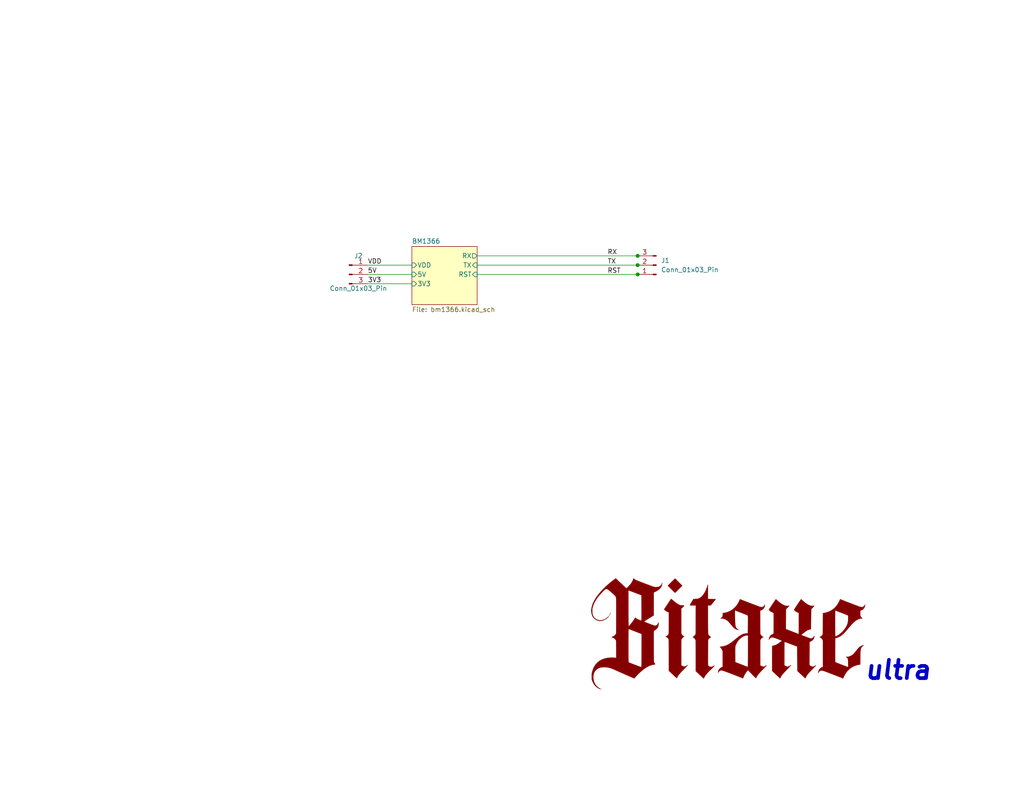
<source format=kicad_sch>
(kicad_sch (version 20230121) (generator eeschema)
  (paper "A")
  (title_block (title "BM1366 bitaxe") (date "2023-10-25") (rev "203"))
  (lib_symbols
    (symbol "Connector:Conn_01x03_Pin" (pin_names (offset 1.016) hide)
      (property "Reference" "J" (at 0 5.08 0))
      (property "Value" "Conn_01x03_Pin" (at 0 -5.08 0))
      (symbol "Conn_01x03_Pin_1_1"
        (polyline (pts (xy 1.27 -2.54) (xy 0.8636 -2.54)) (stroke (width 0.1524)))
        (polyline (pts (xy 1.27 0) (xy 0.8636 0)) (stroke (width 0.1524)))
        (polyline (pts (xy 1.27 2.54) (xy 0.8636 2.54)) (stroke (width 0.1524)))
        (rectangle (start 0.8636 -2.413) (end 0 -2.667) (stroke (width 0.1524)) (fill (type outline)))
        (rectangle (start 0.8636 0.127) (end 0 -0.127) (stroke (width 0.1524)) (fill (type outline)))
        (rectangle (start 0.8636 2.667) (end 0 2.413) (stroke (width 0.1524)) (fill (type outline)))
        (pin passive line (at 5.08 2.54 180) (length 3.81) (name "Pin_1") (number "1"))
        (pin passive line (at 5.08 0 180) (length 3.81) (name "Pin_2") (number "2"))
        (pin passive line (at 5.08 -2.54 180) (length 3.81) (name "Pin_3") (number "3"))
      )
    )
    (symbol "bitaxe:LOGO" (pin_names (offset 1.016))
      (symbol "LOGO_0_0"
        (polyline (pts (xy -31.1372 6.0762) (xy -31.1633 6.1022) (xy -31.1894 6.0762) (xy -31.1633 6.0501) (xy -31.1372 6.0762)) (stroke (width 0.01)) (fill (type outline)))
        (polyline (pts (xy -31.0329 6.2848) (xy -31.059 6.3109) (xy -31.085 6.2848) (xy -31.059 6.2587) (xy -31.0329 6.2848)) (stroke (width 0.01)) (fill (type outline)))
        (polyline (pts (xy -30.9807 6.3891) (xy -31.0068 6.4152) (xy -31.0329 6.3891) (xy -31.0068 6.363) (xy -30.9807 6.3891)) (stroke (width 0.01)) (fill (type outline)))
        (polyline (pts (xy -30.9286 6.5456) (xy -30.9547 6.5716) (xy -30.9807 6.5456) (xy -30.9547 6.5195) (xy -30.9286 6.5456)) (stroke (width 0.01)) (fill (type outline)))
        (polyline (pts (xy -30.8764 6.6499) (xy -30.9025 6.676) (xy -30.9286 6.6499) (xy -30.9025 6.6238) (xy -30.8764 6.6499)) (stroke (width 0.01)) (fill (type outline)))
        (polyline (pts (xy -33.4045 -14.1827) (xy -33.3973 -14.1517) (xy -33.4049 -14.1455) (xy -33.4668 -14.1517) (xy -33.475 -14.1674) (xy -33.4321 -14.1865) (xy -33.4045 -14.1827)) (stroke (width 0.01)) (fill (type outline)))
        (polyline (pts (xy -31.2646 5.896) (xy -31.2154 5.9458) (xy -31.2057 5.9642) (xy -31.2093 5.9979) (xy -31.2184 5.9956) (xy -31.2676 5.9458) (xy -31.2773 5.9273) (xy -31.2737 5.8936) (xy -31.2646 5.896)) (stroke (width 0.01)) (fill (type outline)))
        (polyline (pts (xy -13.2622 12.1832) (xy -13.16 12.2789) (xy -13.0036 12.4299) (xy -12.8029 12.6264) (xy -12.568 12.8588) (xy -12.3087 13.1174) (xy -11.3447 14.0825) (xy -12.3223 15.06) (xy -13.2998 16.0376) (xy -14.2774 15.06) (xy -15.255 14.0825) (xy -14.291 13.1174) (xy -14.0485 12.8755) (xy -13.8116 12.6411) (xy -13.6083 12.4418) (xy -13.4486 12.2875) (xy -13.3425 12.1877) (xy -13.2998 12.1523) (xy -13.2622 12.1832)) (stroke (width 0.01)) (fill (type outline)))
        (polyline (pts (xy -5.3718 -11.0439) (xy -5.2965 -10.8791) (xy -5.1227 -10.5889) (xy -4.8852 -10.2574) (xy -4.5951 -9.898) (xy -4.2634 -9.5243) (xy -3.9014 -9.1499) (xy -3.5201 -8.7884) (xy -3.3853 -8.6636) (xy -3.181 -8.4644) (xy -2.9941 -8.271) (xy -2.8317 -8.0922) (xy -2.7005 -7.9367) (xy -2.6072 -7.8131) (xy -2.5589 -7.7301) (xy -2.5622 -7.6964) (xy -2.6241 -7.7206) (xy -2.7513 -7.8115) (xy -2.9238 -7.9388) (xy -3.0992 -8.0374) (xy -3.2682 -8.0861) (xy -3.4664 -8.0991) (xy -3.5065 -8.0982) (xy -3.7821 -8.0497) (xy -4.0402 -7.9394) (xy -4.2392 -7.7842) (xy -4.2437 -7.7789) (xy -4.2614 -7.7518) (xy -4.2766 -7.7114) (xy -4.2892 -7.65) (xy -4.2996 -7.5602) (xy -4.3079 -7.4343) (xy -4.3142 -7.2648) (xy -4.3187 -7.044) (xy -4.3215 -6.7644) (xy -4.323 -6.4185) (xy -4.3231 -5.9985) (xy -4.3221 -5.497) (xy -4.3201 -4.9063) (xy -4.3174 -4.219) (xy -4.3029 -0.7563) (xy -4.154 -0.503) (xy -4.0109 -0.3096) (xy -3.7462 -0.0887) (xy -3.4872 0.0722) (xy -3.6642 0.163) (xy -3.8274 0.2714) (xy -4.0206 0.4568) (xy -4.1792 0.6679) (xy -4.2731 0.8699) (xy -4.278 0.8961) (xy -4.2898 1.0357) (xy -4.3 1.2791) (xy -4.3087 1.6256) (xy -4.3158 2.0748) (xy -4.3214 2.6263) (xy -4.3254 3.2795) (xy -4.3278 4.0341) (xy -4.3287 4.8896) (xy -4.329 8.71) (xy -3.9474 8.71) (xy -3.5658 8.71) (xy -2.882 9.5576) (xy -2.1982 10.4051) (xy -3.2636 10.4192) (xy -4.329 10.4333) (xy -4.3297 12.4011) (xy -4.3303 14.369) (xy -4.5598 13.6858) (xy -4.7095 13.269) (xy -5.0034 12.589) (xy -5.3286 11.9957) (xy -5.6828 11.4923) (xy -6.0637 11.0818) (xy -6.4689 10.7674) (xy -6.8961 10.5524) (xy -6.972 10.5298) (xy -7.1718 10.4912) (xy -7.4282 10.4588) (xy -7.7107 10.4368) (xy -8.302 10.4051) (xy -8.7669 9.5978) (xy -8.9008 9.3634) (xy -9.033 9.1282) (xy -9.1378 8.9375) (xy -9.2068 8.8064) (xy -9.2317 8.7503) (xy -9.2147 8.7421) (xy -9.1133 8.7294) (xy -8.9354 8.7192) (xy -8.699 8.7125) (xy -8.4217 8.71) (xy -7.6116 8.71) (xy -7.6263 4.8114) (xy -7.6288 4.1457) (xy -7.6314 3.5036) (xy -7.6341 2.9519) (xy -7.6371 2.4831) (xy -7.6406 2.09) (xy -7.6448 1.7652) (xy -7.65 1.5014) (xy -7.6564 1.2911) (xy -7.6642 1.1272) (xy -7.6736 1.0021) (xy -7.6849 0.9087) (xy -7.6983 0.8395) (xy -7.7141 0.7873) (xy -7.7324 0.7446) (xy -7.7535 0.7041) (xy -7.8359 0.5705) (xy -8.055 0.3202) (xy -8.3082 0.14) (xy -8.4539 0.0647) (xy -8.2259 -0.0689) (xy -7.981 -0.2675) (xy -7.7873 -0.5368) (xy -7.669 -0.8453) (xy -7.6652 -0.8699) (xy -7.6558 -1.004) (xy -7.6472 -1.2356) (xy -7.6395 -1.5595) (xy -7.6328 -1.971) (xy -7.6272 -2.4649) (xy -7.6226 -3.0364) (xy -7.6192 -3.6804) (xy -7.617 -4.392) (xy -7.6161 -5.1662) (xy -7.6148 -9.2632) (xy -6.5364 -10.267) (xy -5.458 -11.2707) (xy -5.3718 -11.0439)) (stroke (width 0.01)) (fill (type outline)))
        (polyline (pts (xy -12.8219 -11.1565) (xy -12.7824 -11.0955) (xy -12.7327 -10.9774) (xy -12.6907 -10.875) (xy -12.5707 -10.6522) (xy -12.3965 -10.395) (xy -12.1628 -10.0968) (xy -11.8644 -9.7514) (xy -11.4962 -9.3521) (xy -11.053 -8.8926) (xy -11.0432 -8.8826) (xy -10.6771 -8.5065) (xy -10.3775 -8.1928) (xy -10.1457 -7.9428) (xy -9.9829 -7.7581) (xy -9.8903 -7.64) (xy -9.8691 -7.5901) (xy -9.9206 -7.6097) (xy -10.0459 -7.7002) (xy -10.0875 -7.7325) (xy -10.2397 -7.8453) (xy -10.3537 -7.913) (xy -10.4642 -7.9532) (xy -10.6059 -7.9832) (xy -10.7456 -7.996) (xy -11.0162 -7.9657) (xy -11.2745 -7.8772) (xy -11.4774 -7.7423) (xy -11.6308 -7.5953) (xy -11.6305 -4.2019) (xy -11.6297 -3.4439) (xy -11.6271 -2.7315) (xy -11.6227 -2.1224) (xy -11.6165 -1.6159) (xy -11.6085 -1.2114) (xy -11.5987 -0.9085) (xy -11.5871 -0.7064) (xy -11.5737 -0.6048) (xy -11.51 -0.469) (xy -11.3961 -0.3056) (xy -11.2533 -0.1382) (xy -11.1029 0.0102) (xy -10.9664 0.1168) (xy -10.8649 0.1585) (xy -10.8395 0.161) (xy -10.8357 0.1865) (xy -10.9267 0.2429) (xy -11.1621 0.4039) (xy -11.3793 0.6241) (xy -11.5317 0.8606) (xy -11.5339 0.8651) (xy -11.553 0.9122) (xy -11.5693 0.9685) (xy -11.5832 1.0419) (xy -11.5947 1.1405) (xy -11.6041 1.272) (xy -11.6117 1.4445) (xy -11.6175 1.6659) (xy -11.6219 1.944) (xy -11.6251 2.2868) (xy -11.6272 2.7023) (xy -11.6286 3.1982) (xy -11.6293 3.7827) (xy -11.6297 4.4635) (xy -11.6308 7.8579) (xy -11.4945 7.9309) (xy -11.4784 7.9403) (xy -11.3629 8.0314) (xy -11.2154 8.1711) (xy -11.0629 8.3315) (xy -10.9324 8.4844) (xy -10.8508 8.6016) (xy -10.8411 8.6262) (xy -10.855 8.6565) (xy -10.9221 8.6742) (xy -11.0594 8.6829) (xy -11.284 8.6857) (xy -11.2975 8.6858) (xy -11.5495 8.6924) (xy -11.7401 8.7144) (xy -11.9101 8.7593) (xy -12.1002 8.8343) (xy -12.3968 8.9802) (xy -12.8415 9.2527) (xy -13.3174 9.6003) (xy -13.812 10.0145) (xy -13.8767 10.0719) (xy -14.0646 10.2355) (xy -14.2183 10.3653) (xy -14.3234 10.4493) (xy -14.3656 10.4753) (xy -14.3787 10.4564) (xy -14.4425 10.3617) (xy -14.5529 10.1969) (xy -14.7029 9.9724) (xy -14.8856 9.6986) (xy -15.0942 9.3858) (xy -15.3216 9.0444) (xy -16.2625 7.6316) (xy -16.1367 7.4708) (xy -16.0246 7.3541) (xy -15.801 7.1852) (xy -15.5278 7.0283) (xy -15.236 6.9028) (xy -14.9688 6.8079) (xy -14.9688 3.9499) (xy -14.9688 3.5294) (xy -14.9691 2.9491) (xy -14.9705 2.4588) (xy -14.9738 2.0499) (xy -14.9799 1.7138) (xy -14.9896 1.4417) (xy -15.0038 1.225) (xy -15.0232 1.0549) (xy -15.0488 0.9228) (xy -15.0813 0.82) (xy -15.1216 0.7379) (xy -15.1705 0.6676) (xy -15.2288 0.6006) (xy -15.2974 0.5282) (xy -15.3328 0.4931) (xy -15.4963 0.3608) (xy -15.6604 0.2625) (xy -15.8564 0.1727) (xy -15.6448 0.0773) (xy -15.6297 0.0703) (xy -15.3954 -0.0866) (xy -15.1871 -0.3075) (xy -15.0405 -0.5552) (xy -15.0354 -0.5696) (xy -15.0226 -0.6286) (xy -15.0115 -0.7218) (xy -15.0019 -0.8557) (xy -14.9937 -1.0366) (xy -14.9868 -1.2709) (xy -14.9811 -1.5649) (xy -14.9765 -1.925) (xy -14.9729 -2.3576) (xy -14.9702 -2.8691) (xy -14.9682 -3.4657) (xy -14.9668 -4.154) (xy -14.966 -4.9401) (xy -14.9632 -9.1534) (xy -13.9099 -10.1548) (xy -13.8751 -10.1879) (xy -13.6028 -10.4457) (xy -13.3564 -10.6774) (xy -13.1458 -10.8737) (xy -12.9809 -11.0255) (xy -12.8716 -11.1236) (xy -12.8279 -11.1588) (xy -12.8219 -11.1565)) (stroke (width 0.01)) (fill (type outline)))
        (polyline (pts (xy 32.5598 -11.2038) (xy 32.5975 -11.1438) (xy 32.5991 -11.1258) (xy 32.6384 -11.001) (xy 32.7227 -10.8123) (xy 32.8417 -10.5783) (xy 32.9848 -10.3174) (xy 33.1418 -10.0483) (xy 33.3021 -9.7895) (xy 33.4554 -9.5594) (xy 33.5911 -9.3767) (xy 33.7854 -9.1501) (xy 34.2987 -8.6569) (xy 34.8715 -8.2364) (xy 35.4904 -7.8965) (xy 36.142 -7.645) (xy 36.8128 -7.4898) (xy 37.2133 -7.428) (xy 37.2451 -5.5003) (xy 37.2481 -5.3239) (xy 37.2581 -4.7994) (xy 37.2696 -4.3645) (xy 37.2836 -4.0078) (xy 37.3016 -3.7182) (xy 37.3249 -3.4842) (xy 37.3548 -3.2945) (xy 37.3926 -3.1379) (xy 37.4397 -3.0029) (xy 37.4974 -2.8784) (xy 37.567 -2.7529) (xy 37.5723 -2.744) (xy 37.7368 -2.5372) (xy 37.9536 -2.3507) (xy 38.1782 -2.2231) (xy 38.1907 -2.2141) (xy 38.1426 -2.2102) (xy 38.0217 -2.2215) (xy 37.7688 -2.2821) (xy 37.4741 -2.4002) (xy 37.1864 -2.556) (xy 36.9462 -2.7301) (xy 36.8766 -2.7982) (xy 36.7376 -2.9516) (xy 36.5633 -3.1572) (xy 36.3688 -3.3966) (xy 36.1699 -3.6513) (xy 36.0355 -3.824) (xy 35.825 -4.0836) (xy 35.6231 -4.3214) (xy 35.4474 -4.5165) (xy 35.3157 -4.6483) (xy 35.215 -4.7344) (xy 34.833 -4.997) (xy 34.4178 -5.1981) (xy 33.9953 -5.3268) (xy 33.5915 -5.3721) (xy 33.3556 -5.3721) (xy 33.5497 -5.504) (xy 33.5532 -5.5064) (xy 33.6692 -5.5912) (xy 33.7585 -5.6778) (xy 33.8249 -5.7808) (xy 33.8722 -5.9147) (xy 33.904 -6.0944) (xy 33.9242 -6.3344) (xy 33.9364 -6.6495) (xy 33.9443 -7.0541) (xy 33.9443 -7.0556) (xy 33.9489 -7.4319) (xy 33.9489 -7.7149) (xy 33.944 -7.9159) (xy 33.9336 -8.0457) (xy 33.9172 -8.1155) (xy 33.8942 -8.1364) (xy 33.8922 -8.1362) (xy 33.8195 -8.1151) (xy 33.6646 -8.0617) (xy 33.4414 -7.9814) (xy 33.1636 -7.8794) (xy 32.845 -7.7609) (xy 32.4994 -7.6311) (xy 32.1406 -7.4953) (xy 31.7825 -7.3588) (xy 31.4388 -7.2268) (xy 31.1233 -7.1044) (xy 30.8498 -6.9971) (xy 30.6322 -6.9099) (xy 30.4842 -6.8481) (xy 30.4196 -6.8171) (xy 30.4143 -6.8103) (xy 30.4012 -6.7642) (xy 30.3903 -6.6723) (xy 30.3814 -6.528) (xy 30.3745 -6.325) (xy 30.3694 -6.0567) (xy 30.3659 -5.7165) (xy 30.3641 -5.2981) (xy 30.3639 -4.7948) (xy 30.365 -4.2003) (xy 30.3674 -3.5079) (xy 30.3809 -0.2489) (xy 30.7522 -0.1546) (xy 30.8782 -0.1197) (xy 31.4064 0.0885) (xy 31.9337 0.3938) (xy 32.4519 0.7908) (xy 32.9525 1.274) (xy 32.9831 1.3072) (xy 33.132 1.4737) (xy 33.3275 1.6977) (xy 33.554 1.9612) (xy 33.796 2.246) (xy 34.0379 2.5343) (xy 34.3405 2.8931) (xy 34.747 3.3582) (xy 35.1099 3.7495) (xy 35.4378 4.0749) (xy 35.739 4.3423) (xy 36.0221 4.5593) (xy 36.2955 4.7339) (xy 36.5678 4.874) (xy 36.5861 4.8822) (xy 36.8629 4.9906) (xy 37.1567 5.0801) (xy 37.4309 5.141) (xy 37.6492 5.1634) (xy 37.8285 5.1634) (xy 37.6513 5.2812) (xy 37.6014 5.3196) (xy 37.466 5.4641) (xy 37.3567 5.6313) (xy 37.3295 5.6876) (xy 37.2896 5.7918) (xy 37.2634 5.9099) (xy 37.2482 6.0644) (xy 37.2411 6.2779) (xy 37.2394 6.5732) (xy 37.2394 7.2828) (xy 37.5163 7.3701) (xy 37.7286 7.4581) (xy 38.0274 7.6673) (xy 38.2675 7.948) (xy 38.4369 8.2844) (xy 38.5233 8.661) (xy 38.5529 8.9447) (xy 38.4362 8.7188) (xy 38.2783 8.5023) (xy 38.044 8.3198) (xy 37.7764 8.2157) (xy 37.6989 8.2082) (xy 37.5084 8.2207) (xy 37.2897 8.2631) (xy 37.2657 8.2699) (xy 37.1338 8.3135) (xy 36.924 8.388) (xy 36.6474 8.4889) (xy 36.3148 8.6122) (xy 35.9374 8.7537) (xy 35.5259 8.909) (xy 35.0915 9.0741) (xy 34.645 9.2446) (xy 34.1975 9.4165) (xy 33.7599 9.5855) (xy 33.3432 9.7473) (xy 32.9584 9.8977) (xy 32.6164 10.0327) (xy 32.3281 10.1479) (xy 32.1047 10.2391) (xy 31.957 10.3021) (xy 31.896 10.3328) (xy 31.8312 10.3734) (xy 31.7453 10.3537) (xy 31.6871 10.2392) (xy 31.6775 10.2077) (xy 31.6241 10.0715) (xy 31.5411 9.8849) (xy 31.442 9.6785) (xy 31.3774 9.5522) (xy 30.9698 8.8741) (xy 30.5016 8.2809) (xy 29.9734 7.7728) (xy 29.3854 7.3502) (xy 28.7379 7.0132) (xy 28.0313 6.7621) (xy 27.2658 6.5972) (xy 27.0715 6.5674) (xy 27.0576 3.7813) (xy 30.3548 3.7813) (xy 30.3549 4.1544) (xy 30.3557 4.7359) (xy 30.3572 5.2806) (xy 30.3593 5.7801) (xy 30.3619 6.2258) (xy 30.3649 6.6095) (xy 30.3684 6.9225) (xy 30.3723 7.1566) (xy 30.3764 7.3032) (xy 30.3808 7.354) (xy 30.3869 7.3525) (xy 30.4662 7.3243) (xy 30.6252 7.2644) (xy 30.8506 7.1782) (xy 31.1288 7.0707) (xy 31.4465 6.9474) (xy 31.7902 6.8135) (xy 32.1464 6.6742) (xy 32.5017 6.5349) (xy 32.8426 6.4006) (xy 33.1558 6.2769) (xy 33.4277 6.1688) (xy 33.6449 6.0816) (xy 33.7941 6.0207) (xy 33.8617 5.9913) (xy 33.8846 5.9758) (xy 33.9148 5.9321) (xy 33.9346 5.8524) (xy 33.9461 5.7197) (xy 33.9511 5.5168) (xy 33.9517 5.2268) (xy 33.9507 5.0955) (xy 33.9282 4.5629) (xy 33.8707 4.1004) (xy 33.7708 3.6827) (xy 33.6213 3.2845) (xy 33.4148 2.8807) (xy 33.144 2.4458) (xy 33.0764 2.3468) (xy 32.7413 1.9125) (xy 32.3604 1.496) (xy 31.9513 1.1126) (xy 31.5316 0.7779) (xy 31.119 0.5076) (xy 30.731 0.3171) (xy 30.6136 0.2727) (xy 30.4781 0.2265) (xy 30.405 0.2086) (xy 30.3976 0.2343) (xy 30.3879 0.3573) (xy 30.3794 0.5787) (xy 30.3721 0.8952) (xy 30.366 1.3031) (xy 30.3612 1.7991) (xy 30.3577 2.3798) (xy 30.3555 3.0417) (xy 30.3548 3.7813) (xy 27.0576 3.7813) (xy 27.0572 3.7098) (xy 27.0429 0.8523) (xy 26.8845 0.5956) (xy 26.7367 0.4025) (xy 26.4542 0.1758) (xy 26.1821 0.0127) (xy 26.3456 -0.055) (xy 26.5023 -0.1353) (xy 26.7557 -0.3528) (xy 26.9455 -0.6498) (xy 27.0679 -0.9128) (xy 27.0684 -4.5236) (xy 27.069 -8.1344) (xy 26.9255 -8.1689) (xy 26.5989 -8.2948) (xy 26.3013 -8.5095) (xy 26.0595 -8.7948) (xy 25.8859 -9.1361) (xy 25.7929 -9.5185) (xy 25.761 -9.7793) (xy 25.8627 -9.5967) (xy 25.9405 -9.4688) (xy 26.1198 -9.2612) (xy 26.3293 -9.1381) (xy 26.588 -9.0861) (xy 26.8705 -9.0911) (xy 27.1623 -9.1453) (xy 27.1691 -9.1474) (xy 27.2866 -9.1873) (xy 27.4832 -9.2583) (xy 27.7478 -9.3562) (xy 28.0694 -9.4768) (xy 28.4369 -9.6157) (xy 28.8393 -9.7688) (xy 29.2656 -9.9317) (xy 29.7047 -10.1002) (xy 30.1456 -10.2701) (xy 30.5772 -10.4371) (xy 30.9885 -10.597) (xy 31.3686 -10.7455) (xy 31.7062 -10.8783) (xy 31.9905 -10.9912) (xy 32.2102 -11.08) (xy 32.3546 -11.1404) (xy 32.4123 -11.1681) (xy 32.4758 -11.2054) (xy 32.5598 -11.2038)) (stroke (width 0.01)) (fill (type outline)))
        (polyline (pts (xy 5.2517 -11.1526) (xy 5.3059 -11.0356) (xy 5.3836 -10.8349) (xy 5.4419 -10.6896) (xy 5.6705 -10.226) (xy 5.9607 -9.7555) (xy 6.2914 -9.313) (xy 6.5902 -8.9511) (xy 7.7004 -10.0954) (xy 7.8103 -10.2083) (xy 8.0821 -10.4837) (xy 8.3228 -10.7223) (xy 8.5244 -10.9163) (xy 8.6786 -11.0581) (xy 8.7773 -11.1398) (xy 8.8124 -11.1537) (xy 8.8136 -11.1392) (xy 8.8541 -11.0114) (xy 8.9425 -10.8267) (xy 9.0664 -10.6076) (xy 9.2131 -10.3766) (xy 9.37 -10.1563) (xy 9.4485 -10.0602) (xy 9.603 -9.8845) (xy 9.8076 -9.6605) (xy 10.0491 -9.4023) (xy 10.3144 -9.1243) (xy 10.5904 -8.8405) (xy 10.6877 -8.7413) (xy 11.02 -8.3994) (xy 11.2794 -8.1264) (xy 11.468 -7.9198) (xy 11.5878 -7.7771) (xy 11.6408 -7.6958) (xy 11.629 -7.6733) (xy 11.5543 -7.7071) (xy 11.4188 -7.7947) (xy 11.2872 -7.8797) (xy 11.1312 -7.9669) (xy 11.0209 -8.0132) (xy 10.9567 -8.0253) (xy 10.7057 -8.0224) (xy 10.4334 -7.9579) (xy 10.1813 -7.8404) (xy 9.9357 -7.6886) (xy 9.9223 -4.3338) (xy 9.9216 -4.1599) (xy 9.92 -3.4389) (xy 9.9203 -2.7958) (xy 9.9225 -2.2344) (xy 9.9267 -1.7584) (xy 9.9326 -1.3716) (xy 9.9404 -1.0779) (xy 9.95 -0.8809) (xy 9.9612 -0.7844) (xy 9.9731 -0.7442) (xy 10.108 -0.4661) (xy 10.3131 -0.2244) (xy 10.5609 -0.0525) (xy 10.8042 0.0653) (xy 10.6017 0.1559) (xy 10.4588 0.2403) (xy 10.2523 0.4255) (xy 10.0787 0.6507) (xy 9.9701 0.8792) (xy 9.9633 0.9103) (xy 9.9501 1.029) (xy 9.9389 1.222) (xy 9.9296 1.4938) (xy 9.9222 1.8485) (xy 9.9166 2.2904) (xy 9.9127 2.8237) (xy 9.9104 3.4529) (xy 9.9096 4.182) (xy 9.9096 7.2828) (xy 10.1865 7.3701) (xy 10.3989 7.4581) (xy 10.6976 7.6673) (xy 10.9378 7.948) (xy 11.1071 8.2844) (xy 11.1935 8.661) (xy 11.2231 8.9447) (xy 11.1065 8.7188) (xy 10.9482 8.5019) (xy 10.7141 8.3197) (xy 10.4471 8.2158) (xy 10.383 8.2087) (xy 10.1878 8.2217) (xy 9.9516 8.2717) (xy 9.9151 8.2828) (xy 9.7699 8.3327) (xy 9.5447 8.4138) (xy 9.2514 8.5217) (xy 8.9017 8.6518) (xy 8.5076 8.7996) (xy 8.0809 8.9606) (xy 7.6333 9.1303) (xy 7.1768 9.3042) (xy 6.7231 9.4777) (xy 6.2841 9.6465) (xy 5.8715 9.8058) (xy 5.4974 9.9513) (xy 5.1734 10.0784) (xy 4.9114 10.1826) (xy 4.7233 10.2595) (xy 4.6208 10.3044) (xy 4.5431 10.3414) (xy 4.4437 10.3719) (xy 4.3914 10.3402) (xy 4.3573 10.2392) (xy 4.3129 10.1107) (xy 4.2207 9.9018) (xy 4.0965 9.6509) (xy 3.9531 9.3827) (xy 3.8033 9.1217) (xy 3.6598 8.8926) (xy 3.6392 8.862) (xy 3.2826 8.4057) (xy 2.8528 7.9697) (xy 2.3742 7.5743) (xy 1.8712 7.2398) (xy 1.3681 6.9864) (xy 1.1137 6.8916) (xy 0.7327 6.7751) (xy 0.3252 6.6733) (xy -0.0652 6.5979) (xy -0.2608 6.5669) (xy -0.2617 6.1911) (xy -0.268 6.0331) (xy -0.3305 5.7204) (xy -0.4639 5.474) (xy -0.6735 5.2823) (xy -0.85 5.1634) (xy -0.6467 5.1627) (xy -0.5286 5.1549) (xy -0.3246 5.1263) (xy -0.1135 5.0841) (xy -0.0939 5.0794) (xy 0.2151 4.9881) (xy 0.5007 4.8644) (xy 0.7756 4.6986) (xy 1.052 4.4809) (xy 1.3426 4.2017) (xy 1.6596 3.8512) (xy 2.0157 3.4197) (xy 2.1246 3.285) (xy 2.4499 2.9062) (xy 2.7421 2.6087) (xy 3.0126 2.384) (xy 3.2727 2.2233) (xy 3.5339 2.1182) (xy 3.8074 2.0599) (xy 4.0421 2.0286) (xy 3.8856 2.1158) (xy 3.7971 2.1695) (xy 3.5265 2.3998) (xy 3.3293 2.6785) (xy 3.2884 2.7621) (xy 3.2322 2.8992) (xy 3.1859 3.0508) (xy 3.1483 3.2283) (xy 3.1182 3.4428) (xy 3.0945 3.7056) (xy 3.076 4.0278) (xy 3.0616 4.4207) (xy 3.05 4.8954) (xy 3.0402 5.4633) (xy 3.0346 5.8941) (xy 3.0314 6.2919) (xy 3.0305 6.6433) (xy 3.0319 6.9368) (xy 3.0354 7.1609) (xy 3.0411 7.3038) (xy 3.0489 7.354) (xy 3.0532 7.3531) (xy 3.1282 7.3272) (xy 3.2837 7.2693) (xy 3.5064 7.1845) (xy 3.7828 7.0782) (xy 4.0993 6.9556) (xy 4.4426 6.822) (xy 4.7991 6.6827) (xy 5.1553 6.543) (xy 5.4978 6.4081) (xy 5.8131 6.2833) (xy 6.0878 6.1739) (xy 6.3083 6.0851) (xy 6.4612 6.0223) (xy 6.533 5.9906) (xy 6.5341 5.99) (xy 6.5553 5.9728) (xy 6.5728 5.9407) (xy 6.587 5.8847) (xy 6.598 5.7959) (xy 6.6061 5.6654) (xy 6.6117 5.4843) (xy 6.6151 5.2435) (xy 6.6164 4.9341) (xy 6.616 4.5473) (xy 6.6142 4.074) (xy 6.6113 3.5054) (xy 6.5977 1.0692) (xy 6.1283 1.0368) (xy 5.866 1.0103) (xy 5.5724 0.9555) (xy 5.2847 0.8694) (xy 4.9916 0.7458) (xy 4.6819 0.5784) (xy 4.3442 0.3612) (xy 3.9673 0.088) (xy 3.5401 -0.2475) (xy 3.0511 -0.6514) (xy 2.6731 -0.9638) (xy 2.1836 -1.3472) (xy 1.7386 -1.6644) (xy 1.3238 -1.9229) (xy 0.9249 -2.1296) (xy 0.5275 -2.2919) (xy 0.1174 -2.4169) (xy -0.3199 -2.5118) (xy -0.7987 -2.5838) (xy -1.0497 -2.6152) (xy -0.8333 -2.8499) (xy -0.7142 -2.9985) (xy -0.5706 -3.2156) (xy -0.4519 -3.433) (xy -0.2869 -3.7813) (xy -0.2869 -3.8187) (xy 3.0844 -3.8187) (xy 3.0848 -3.4331) (xy 3.0895 -3.1181) (xy 3.0999 -2.8615) (xy 3.1175 -2.6513) (xy 3.1438 -2.4753) (xy 3.1802 -2.3213) (xy 3.2282 -2.1772) (xy 3.2893 -2.0309) (xy 3.365 -1.8703) (xy 3.4566 -1.6831) (xy 3.5564 -1.4915) (xy 3.8625 -1.0115) (xy 4.219 -0.5809) (xy 4.6142 -0.2086) (xy 5.0365 0.0966) (xy 5.4743 0.3258) (xy 5.916 0.4702) (xy 6.35 0.5209) (xy 6.6238 0.5215) (xy 6.6238 -3.8074) (xy 6.6236 -4.1988) (xy 6.6226 -4.8434) (xy 6.6208 -5.4526) (xy 6.6183 -6.0187) (xy 6.615 -6.5341) (xy 6.6111 -6.9912) (xy 6.6066 -7.3822) (xy 6.6017 -7.6995) (xy 6.5963 -7.9355) (xy 6.5906 -8.0825) (xy 6.5847 -8.1329) (xy 6.5386 -8.1174) (xy 6.4049 -8.0681) (xy 6.1954 -7.9892) (xy 5.9213 -7.8848) (xy 5.594 -7.7594) (xy 5.2246 -7.6171) (xy 4.8244 -7.4624) (xy 3.1033 -6.7954) (xy 3.0896 -4.7169) (xy 3.0868 -4.287) (xy 3.0844 -3.8187) (xy -0.2869 -3.8187) (xy -0.2869 -5.9354) (xy -0.2869 -8.0895) (xy -0.5998 -8.2152) (xy -0.7477 -8.2834) (xy -1.059 -8.504) (xy -1.2974 -8.7984) (xy -1.4596 -9.163) (xy -1.5102 -9.3417) (xy -1.5487 -9.5092) (xy -1.5626 -9.6153) (xy -1.557 -9.6738) (xy -1.533 -9.6662) (xy -1.4781 -9.5707) (xy -1.4083 -9.4529) (xy -1.2015 -9.2187) (xy -0.955 -9.0731) (xy -0.6791 -9.023) (xy -0.5588 -9.0354) (xy -0.3724 -9.0713) (xy -0.1689 -9.1225) (xy -0.1641 -9.1239) (xy -0.0408 -9.1643) (xy 0.1612 -9.2358) (xy 0.4307 -9.3342) (xy 0.7569 -9.4553) (xy 1.1287 -9.5949) (xy 1.535 -9.7486) (xy 1.9648 -9.9123) (xy 2.4072 -10.0817) (xy 2.8511 -10.2526) (xy 3.2855 -10.4207) (xy 3.6993 -10.5818) (xy 4.0817 -10.7317) (xy 4.4214 -10.8661) (xy 4.7076 -10.9807) (xy 4.9292 -11.0714) (xy 5.0752 -11.1338) (xy 5.1345 -11.1638) (xy 5.1691 -11.1939) (xy 5.2098 -11.2005) (xy 5.2517 -11.1526)) (stroke (width 0.01)) (fill (type outline)))
        (polyline (pts (xy 15.3873 -11.1813) (xy 15.4379 -11.0801) (xy 15.5077 -10.931) (xy 15.5282 -10.8871) (xy 15.6386 -10.6738) (xy 15.7707 -10.4595) (xy 15.9338 -10.2328) (xy 16.1371 -9.9821) (xy 16.3899 -9.6959) (xy 16.7015 -9.3627) (xy 17.0811 -8.9709) (xy 17.0858 -8.9661) (xy 17.4558 -8.586) (xy 17.7534 -8.2743) (xy 17.9818 -8.0273) (xy 18.1442 -7.8415) (xy 18.2436 -7.7131) (xy 18.2832 -7.6388) (xy 18.2662 -7.6148) (xy 18.2066 -7.6452) (xy 18.1192 -7.7265) (xy 18.0598 -7.783) (xy 17.8642 -7.9063) (xy 17.6319 -7.9958) (xy 17.4104 -8.0309) (xy 17.2312 -8.0167) (xy 16.9909 -7.9403) (xy 16.729 -7.7873) (xy 16.5334 -7.6528) (xy 16.5334 -4.4227) (xy 16.5335 -3.845) (xy 16.534 -3.2681) (xy 16.535 -2.7815) (xy 16.5369 -2.3777) (xy 16.5397 -2.049) (xy 16.5438 -1.788) (xy 16.5493 -1.5871) (xy 16.5565 -1.4389) (xy 16.5655 -1.3356) (xy 16.5766 -1.2699) (xy 16.5901 -1.2342) (xy 16.606 -1.221) (xy 16.6247 -1.2227) (xy 16.6689 -1.2387) (xy 16.804 -1.2893) (xy 17.0154 -1.3693) (xy 17.2911 -1.474) (xy 17.6193 -1.599) (xy 17.9879 -1.7398) (xy 18.385 -1.8916) (xy 20.054 -2.5305) (xy 20.08 -5.8692) (xy 20.1061 -9.2078) (xy 21.1717 -10.2039) (xy 22.2374 -11.2) (xy 22.4302 -10.8162) (xy 22.4992 -10.6853) (xy 22.6215 -10.4808) (xy 22.7691 -10.2673) (xy 22.9505 -10.0343) (xy 23.1742 -9.7716) (xy 23.4488 -9.4688) (xy 23.7828 -9.1157) (xy 24.1849 -8.702) (xy 24.421 -8.4594) (xy 24.6538 -8.2159) (xy 24.8516 -8.0046) (xy 25.0049 -7.8357) (xy 25.104 -7.7197) (xy 25.1392 -7.6673) (xy 25.132 -7.6556) (xy 25.0715 -7.6751) (xy 24.9697 -7.7485) (xy 24.9455 -7.7682) (xy 24.7856 -7.8795) (xy 24.6323 -7.9617) (xy 24.5666 -7.9858) (xy 24.2825 -8.0278) (xy 23.9849 -7.9908) (xy 23.7071 -7.8821) (xy 23.4828 -7.7092) (xy 23.3651 -7.5811) (xy 23.3785 -4.4078) (xy 23.392 -1.2344) (xy 23.6267 -1.1571) (xy 23.7817 -1.0969) (xy 24.104 -0.9028) (xy 24.3649 -0.6449) (xy 24.5504 -0.3388) (xy 24.6468 -0.0003) (xy 24.655 0.0587) (xy 24.6805 0.2232) (xy 24.7018 0.339) (xy 24.6989 0.3601) (xy 24.6611 0.3148) (xy 24.5946 0.2006) (xy 24.547 0.1194) (xy 24.4329 -0.0396) (xy 24.3255 -0.1513) (xy 24.2814 -0.1831) (xy 24.0727 -0.2847) (xy 23.8435 -0.34) (xy 23.6417 -0.3362) (xy 23.5843 -0.3188) (xy 23.4407 -0.269) (xy 23.2323 -0.1938) (xy 22.9753 -0.0994) (xy 22.6861 0.0082) (xy 22.3808 0.1227) (xy 22.0757 0.2381) (xy 21.7872 0.3481) (xy 21.5315 0.4468) (xy 21.3249 0.5279) (xy 21.1837 0.5853) (xy 21.124 0.6128) (xy 21.1362 0.6408) (xy 21.2093 0.7187) (xy 21.3286 0.8249) (xy 21.6316 1.0748) (xy 22.0149 1.3773) (xy 22.3463 1.6184) (xy 22.6383 1.8061) (xy 22.9034 1.9481) (xy 23.1538 2.0523) (xy 23.4022 2.1265) (xy 23.7672 2.2161) (xy 23.7967 4.976) (xy 23.8026 5.5154) (xy 23.8088 6.0386) (xy 23.8148 6.4732) (xy 23.821 6.8277) (xy 23.8277 7.1105) (xy 23.8354 7.3299) (xy 23.8444 7.4944) (xy 23.8551 7.6124) (xy 23.8678 7.6922) (xy 23.8829 7.7423) (xy 23.9009 7.7711) (xy 23.9221 7.7869) (xy 23.9823 7.8285) (xy 24.1109 7.9405) (xy 24.264 8.0895) (xy 24.4161 8.2496) (xy 24.5421 8.395) (xy 24.6167 8.4996) (xy 24.6467 8.5599) (xy 24.6414 8.5959) (xy 24.5569 8.5745) (xy 24.4755 8.5577) (xy 24.3086 8.543) (xy 24.1155 8.54) (xy 23.8398 8.5708) (xy 23.4365 8.6882) (xy 23.0024 8.8872) (xy 22.5479 9.1621) (xy 22.0837 9.507) (xy 21.6202 9.9162) (xy 21.5919 9.9432) (xy 21.4108 10.1135) (xy 21.259 10.2519) (xy 21.1517 10.345) (xy 21.104 10.379) (xy 21.0879 10.3623) (xy 21.0197 10.2711) (xy 20.9054 10.1095) (xy 20.752 9.8878) (xy 20.5665 9.6162) (xy 20.356 9.3048) (xy 20.1276 8.9639) (xy 20.1092 8.9363) (xy 19.8531 8.5516) (xy 19.6498 8.2433) (xy 19.4937 8.0019) (xy 19.3796 7.8179) (xy 19.3019 7.6819) (xy 19.2552 7.5845) (xy 19.2342 7.5161) (xy 19.2333 7.4675) (xy 19.2473 7.429) (xy 19.3426 7.3103) (xy 19.5116 7.1642) (xy 19.7259 7.0134) (xy 19.9594 6.8763) (xy 20.1861 6.7711) (xy 20.4973 6.6504) (xy 20.4973 3.7424) (xy 20.4972 3.3744) (xy 20.4967 2.8555) (xy 20.4958 2.3754) (xy 20.4945 1.9436) (xy 20.4929 1.5694) (xy 20.491 1.2621) (xy 20.489 1.031) (xy 20.4867 0.8855) (xy 20.4843 0.8351) (xy 20.4842 0.8351) (xy 20.4328 0.8542) (xy 20.2954 0.9072) (xy 20.0828 0.9899) (xy 19.8059 1.098) (xy 19.4756 1.2272) (xy 19.1026 1.3733) (xy 18.6979 1.5322) (xy 16.9246 2.2288) (xy 16.944 4.9505) (xy 16.9635 7.6723) (xy 17.4066 8.1154) (xy 17.4116 8.1204) (xy 17.5804 8.2923) (xy 17.7155 8.4358) (xy 17.8034 8.5359) (xy 17.8305 8.5778) (xy 17.8081 8.5816) (xy 17.7074 8.5735) (xy 17.5577 8.5498) (xy 17.3787 8.5302) (xy 17.0039 8.5615) (xy 16.5909 8.6802) (xy 16.1465 8.8829) (xy 15.6774 9.1665) (xy 15.1904 9.5275) (xy 14.692 9.9627) (xy 14.5088 10.1279) (xy 14.3537 10.2551) (xy 14.2424 10.3322) (xy 14.1899 10.3474) (xy 14.1863 10.3428) (xy 14.1379 10.2735) (xy 14.0425 10.1331) (xy 13.9087 9.9345) (xy 13.745 9.6906) (xy 13.56 9.4143) (xy 13.3623 9.1184) (xy 13.1605 8.8157) (xy 12.9632 8.5193) (xy 12.7789 8.2419) (xy 12.6163 7.9964) (xy 12.4839 7.7956) (xy 12.3904 7.6526) (xy 12.3442 7.5801) (xy 12.3367 7.5299) (xy 12.3909 7.4198) (xy 12.5132 7.285) (xy 12.6876 7.1383) (xy 12.8984 6.9925) (xy 13.1294 6.8606) (xy 13.365 6.7553) (xy 13.6127 6.6618) (xy 13.6127 3.7742) (xy 13.6127 3.7118) (xy 13.6125 3.0984) (xy 13.6118 2.5805) (xy 13.6104 2.1501) (xy 13.6079 1.7992) (xy 13.6042 1.5196) (xy 13.599 1.3034) (xy 13.592 1.1425) (xy 13.5829 1.0288) (xy 13.5716 0.9544) (xy 13.5577 0.9112) (xy 13.5411 0.8911) (xy 13.5214 0.8861) (xy 13.4495 0.8768) (xy 13.2676 0.8115) (xy 13.0619 0.6999) (xy 12.8648 0.5609) (xy 12.7088 0.4135) (xy 12.6884 0.3888) (xy 12.5307 0.1411) (xy 12.4118 -0.1468) (xy 12.4045 -0.1706) (xy 12.3367 -0.4112) (xy 12.3099 -0.5572) (xy 12.3244 -0.6099) (xy 12.3804 -0.5706) (xy 12.4783 -0.4406) (xy 12.5943 -0.2896) (xy 12.8002 -0.1126) (xy 13.0362 -0.0224) (xy 13.3169 -0.0147) (xy 13.6568 -0.085) (xy 13.6998 -0.0981) (xy 13.8632 -0.1528) (xy 14.0847 -0.2315) (xy 14.3468 -0.3276) (xy 14.6324 -0.4344) (xy 14.924 -0.5453) (xy 15.2043 -0.6537) (xy 15.4559 -0.7529) (xy 15.6616 -0.8364) (xy 15.8039 -0.8974) (xy 15.8655 -0.9294) (xy 15.8622 -0.9491) (xy 15.7963 -1.0217) (xy 15.6675 -1.1331) (xy 15.4915 -1.2718) (xy 15.2838 -1.4264) (xy 15.0599 -1.5855) (xy 14.8355 -1.7374) (xy 14.6261 -1.8708) (xy 14.4472 -1.9743) (xy 14.4331 -1.9817) (xy 14.1885 -2.0967) (xy 13.9228 -2.2008) (xy 13.6909 -2.2723) (xy 13.6799 -2.275) (xy 13.4915 -2.3211) (xy 13.3412 -2.3583) (xy 13.2606 -2.3786) (xy 13.2528 -2.387) (xy 13.2403 -2.4353) (xy 13.2296 -2.5316) (xy 13.2206 -2.6821) (xy 13.2132 -2.8932) (xy 13.2073 -3.171) (xy 13.2027 -3.5219) (xy 13.1993 -3.9521) (xy 13.1971 -4.4678) (xy 13.1958 -5.0753) (xy 13.1954 -5.7809) (xy 13.1954 -9.1659) (xy 14.2777 -10.1866) (xy 14.3353 -10.2409) (xy 14.6091 -10.4989) (xy 14.8551 -10.7303) (xy 15.0637 -10.9262) (xy 15.2254 -11.0775) (xy 15.3304 -11.1753) (xy 15.3691 -11.2104) (xy 15.3873 -11.1813)) (stroke (width 0.01)) (fill (type outline)))
        (polyline (pts (xy -33.6344 -14.1053) (xy -33.7233 -14.042) (xy -33.9075 -13.9433) (xy -34.274 -13.7188) (xy -34.6472 -13.3983) (xy -34.9687 -13.0239) (xy -35.2126 -12.6218) (xy -35.3843 -12.2189) (xy -35.5017 -11.8167) (xy -35.5675 -11.3895) (xy -35.5898 -10.9006) (xy -35.5899 -10.8746) (xy -35.564 -10.3616) (xy -35.4801 -9.9221) (xy -35.332 -9.5397) (xy -35.1133 -9.1978) (xy -34.8177 -8.8801) (xy -34.7728 -8.8393) (xy -34.4028 -8.5606) (xy -33.9972 -8.3566) (xy -33.5434 -8.2234) (xy -33.0289 -8.1572) (xy -32.4411 -8.1542) (xy -32.3822 -8.1569) (xy -31.9286 -8.1927) (xy -31.5029 -8.2569) (xy -31.0824 -8.3557) (xy -30.6444 -8.4954) (xy -30.166 -8.6821) (xy -29.6247 -8.9221) (xy -29.4964 -8.9808) (xy -29.2496 -9.0924) (xy -28.9303 -9.2357) (xy -28.5516 -9.4047) (xy -28.1269 -9.5937) (xy -27.6692 -9.7967) (xy -27.1918 -10.0078) (xy -26.7079 -10.2212) (xy -26.4928 -10.316) (xy -26.0037 -10.5309) (xy -25.5984 -10.708) (xy -25.2687 -10.8505) (xy -25.0062 -10.9615) (xy -24.8027 -11.0442) (xy -24.6499 -11.1018) (xy -24.5394 -11.1375) (xy -24.463 -11.1544) (xy -24.4124 -11.1559) (xy -24.3792 -11.1449) (xy -24.3552 -11.1248) (xy -24.3446 -11.1133) (xy -24.2633 -11.0243) (xy -24.1319 -10.8792) (xy -23.9662 -10.6956) (xy -23.7818 -10.4906) (xy -23.7494 -10.4547) (xy -23.2082 -9.891) (xy -22.6422 -9.3653) (xy -22.0638 -8.8866) (xy -21.4852 -8.4639) (xy -20.9188 -8.1062) (xy -20.3768 -7.8225) (xy -19.8715 -7.6219) (xy -19.681 -7.5684) (xy -19.4267 -7.5102) (xy -19.1602 -7.4592) (xy -18.919 -7.4225) (xy -18.7406 -7.4072) (xy -18.7327 -7.3752) (xy -18.7733 -7.2795) (xy -18.8563 -7.1427) (xy -18.9297 -7.0245) (xy -19.027 -6.8388) (xy -19.0872 -6.6863) (xy -19.0979 -6.5967) (xy -19.1077 -6.4041) (xy -19.1163 -6.1116) (xy -19.1237 -5.7218) (xy -19.1298 -5.2368) (xy -19.1346 -4.6591) (xy -19.1381 -3.9909) (xy -19.1403 -3.2345) (xy -19.141 -2.3923) (xy -19.1413 1.7089) (xy -18.8036 1.9289) (xy -18.514 2.1385) (xy -18.2057 2.4383) (xy -17.9883 2.767) (xy -17.8541 3.1366) (xy -17.7957 3.5596) (xy -17.793 3.6181) (xy -17.7891 3.8436) (xy -17.8016 3.974) (xy -17.831 4.016) (xy -17.8677 3.9902) (xy -17.8904 3.8986) (xy -17.921 3.7552) (xy -18.0164 3.5669) (xy -18.1525 3.3908) (xy -18.3048 3.2645) (xy -18.4118 3.2095) (xy -18.5274 3.1721) (xy -18.6576 3.158) (xy -18.814 3.1697) (xy -19.0083 3.2096) (xy -19.2521 3.28) (xy -19.5571 3.3835) (xy -19.935 3.5225) (xy -20.3975 3.6993) (xy -20.4565 3.7221) (xy -20.8096 3.8595) (xy -21.1288 3.9852) (xy -21.4014 4.0941) (xy -21.6148 4.181) (xy -21.7562 4.2408) (xy -21.8128 4.2684) (xy -21.8092 4.277) (xy -21.7418 4.3326) (xy -21.5998 4.4323) (xy -21.3937 4.5692) (xy -21.1341 4.7364) (xy -20.8313 4.9271) (xy -20.4959 5.1342) (xy -19.1413 5.9634) (xy -19.1413 9.0972) (xy -19.1413 12.2311) (xy -18.6328 12.4725) (xy -18.532 12.5215) (xy -18.0279 12.8094) (xy -17.6082 13.1263) (xy -17.2768 13.4675) (xy -17.0376 13.8282) (xy -16.8947 14.2037) (xy -16.852 14.5893) (xy -16.8576 14.8384) (xy -16.9058 14.6243) (xy -16.9731 14.4474) (xy -17.1196 14.2235) (xy -17.3104 14.022) (xy -17.517 13.8777) (xy -17.5993 13.8396) (xy -17.9359 13.7355) (xy -18.3196 13.6816) (xy -18.713 13.684) (xy -18.7413 13.6866) (xy -18.843 13.7007) (xy -18.9606 13.725) (xy -19.1031 13.7627) (xy -19.2795 13.8168) (xy -19.4988 13.8905) (xy -19.7701 13.9868) (xy -20.1024 14.1089) (xy -20.5047 14.2598) (xy -20.9861 14.4426) (xy -21.5555 14.6605) (xy -21.666 14.7029) (xy -22.144 14.8866) (xy -22.5921 15.0594) (xy -23.0008 15.2175) (xy -23.3603 15.3572) (xy -23.6611 15.4747) (xy -23.8933 15.5662) (xy -24.0474 15.628) (xy -24.1138 15.6562) (xy -24.1557 15.6827) (xy -24.274 15.7724) (xy -24.409 15.8877) (xy -24.6084 16.0678) (xy -24.6724 15.8703) (xy -24.7556 15.6537) (xy -24.8984 15.3524) (xy -25.0723 15.0341) (xy -25.2592 14.7341) (xy -25.2598 14.7331) (xy -25.3574 14.6029) (xy -25.4995 14.432) (xy -25.6722 14.2352) (xy -25.8613 14.0277) (xy -26.0528 13.8243) (xy -26.2324 13.6401) (xy -26.3863 13.49) (xy -26.5002 13.3889) (xy -26.5601 13.3519) (xy -26.5795 13.3635) (xy -26.6666 13.4349) (xy -26.8128 13.5631) (xy -27.0075 13.7384) (xy -27.2406 13.951) (xy -27.5014 14.1913) (xy -27.7797 14.4495) (xy -28.065 14.7158) (xy -28.3469 14.9807) (xy -28.6151 15.2342) (xy -28.8591 15.4669) (xy -29.0686 15.6688) (xy -29.2331 15.8303) (xy -29.3422 15.9417) (xy -29.3856 15.9932) (xy -29.4012 16.0229) (xy -29.4585 16.064) (xy -29.501 16.0413) (xy -29.615 15.964) (xy -29.7849 15.8417) (xy -29.9966 15.6848) (xy -30.2358 15.5034) (xy -30.969 14.9205) (xy -31.7705 14.2315) (xy -32.5201 13.5305) (xy -33.2121 12.824) (xy -33.8412 12.1185) (xy -34.4016 11.4206) (xy -34.888 10.7369) (xy -35.2947 10.074) (xy -35.6164 9.4384) (xy -35.8474 8.8366) (xy -35.8809 8.7267) (xy -35.9875 8.3245) (xy -36.0707 7.9247) (xy -36.1246 7.5584) (xy -36.1435 7.2569) (xy -36.1426 7.2044) (xy -36.1168 6.9092) (xy -36.0614 6.5796) (xy -35.9844 6.2502) (xy -35.8935 5.9557) (xy -35.7967 5.7307) (xy -35.6622 5.5111) (xy -35.3497 5.1408) (xy -34.9791 4.8488) (xy -34.5623 4.6402) (xy -34.1111 4.5203) (xy -33.6373 4.4943) (xy -33.1527 4.5674) (xy -32.7876 4.6861) (xy -32.3648 4.8841) (xy -31.975 5.13) (xy -31.6419 5.4083) (xy -31.3893 5.7037) (xy -31.3717 5.7317) (xy -31.3763 5.7471) (xy -31.442 5.6933) (xy -31.5617 5.5752) (xy -31.9292 5.2414) (xy -32.3705 4.9499) (xy -32.8419 4.7519) (xy -33.3541 4.6418) (xy -33.3847 4.6381) (xy -33.861 4.628) (xy -34.3124 4.7046) (xy -34.7263 4.8618) (xy -35.0899 5.0934) (xy -35.3907 5.393) (xy -35.6159 5.7545) (xy -35.6747 5.8851) (xy -35.7879 6.1909) (xy -35.8594 6.4979) (xy -35.896 6.8396) (xy -35.9039 7.2497) (xy -35.9035 7.2827) (xy -35.897 7.5494) (xy -35.8799 7.7645) (xy -35.8463 7.9655) (xy -35.79 8.19) (xy -35.705 8.4753) (xy -35.5929 8.8074) (xy -35.355 9.3745) (xy -35.0559 9.9398) (xy -34.6893 10.513) (xy -34.2486 11.1037) (xy -33.7275 11.7218) (xy -33.1195 12.3768) (xy -32.8444 12.6592) (xy -32.6004 12.8941) (xy -32.392 13.0621) (xy -32.2049 13.1628) (xy -32.025 13.1961) (xy -31.8377 13.1618) (xy -31.629 13.0597) (xy -31.3845 12.8897) (xy -31.3199 12.8374) (xy -26.0259 12.8374) (xy -25.9151 12.8022) (xy -25.8669 12.7851) (xy -25.7269 12.7333) (xy -25.5108 12.6522) (xy -25.2309 12.5466) (xy -24.8991 12.4208) (xy -24.5277 12.2797) (xy -24.1287 12.1276) (xy -22.4532 11.4882) (xy -22.4398 7.9811) (xy -22.4375 7.2801) (xy -22.4362 6.6628) (xy -22.4362 6.1374) (xy -22.4375 5.6978) (xy -22.4403 5.3378) (xy -22.4445 5.051) (xy -22.4504 4.8313) (xy -22.458 4.6725) (xy -22.4674 4.5684) (xy -22.4787 4.5127) (xy -22.492 4.4991) (xy -22.8555 4.6398) (xy -23.1656 4.7636) (xy -23.404 4.8646) (xy -23.5845 4.9494) (xy -23.7208 5.0243) (xy -23.8266 5.096) (xy -23.9156 5.1709) (xy -24.1334 5.3716) (xy -24.3822 4.9676) (xy -24.4924 4.7944) (xy -24.7571 4.4078) (xy -25.0535 4.0058) (xy -25.3548 3.6242) (xy -25.6341 3.2988) (xy -25.6847 3.2439) (xy -25.8192 3.1055) (xy -25.9234 3.0091) (xy -25.9781 2.9729) (xy -25.9834 2.9962) (xy -25.9908 3.1148) (xy -25.9977 3.3294) (xy -26.0039 3.6351) (xy -26.0095 4.0267) (xy -26.0143 4.4995) (xy -26.0183 5.0483) (xy -26.0216 5.6683) (xy -26.024 6.3544) (xy -26.0254 7.1017) (xy -26.0259 7.9051) (xy -26.0259 12.8374) (xy -31.3199 12.8374) (xy -31.09 12.6514) (xy -30.7311 12.3449) (xy -30.6028 12.2337) (xy -30.335 11.9968) (xy -30.0909 11.7748) (xy -29.8845 11.5807) (xy -29.7298 11.4276) (xy -29.6409 11.3286) (xy -29.6127 11.2917) (xy -29.5611 11.2235) (xy -29.5157 11.1575) (xy -29.4763 11.0871) (xy -29.4422 11.0055) (xy -29.4132 10.9061) (xy -29.3889 10.7822) (xy -29.3688 10.6273) (xy -29.3525 10.4346) (xy -29.3396 10.1975) (xy -29.3298 9.9094) (xy -29.3226 9.5635) (xy -29.3176 9.1532) (xy -29.3144 8.6719) (xy -29.3126 8.1129) (xy -29.3119 7.4696) (xy -29.3117 6.7352) (xy -29.3117 5.9032) (xy -29.3119 5.3318) (xy -29.3127 4.5371) (xy -29.3144 3.8384) (xy -29.3168 3.2304) (xy -29.3203 2.7081) (xy -29.3247 2.2664) (xy -29.3302 1.9002) (xy -29.3368 1.6044) (xy -29.3446 1.3738) (xy -29.3536 1.2035) (xy -29.364 1.0883) (xy -29.3758 1.0231) (xy -29.4044 0.9451) (xy -29.5475 0.7081) (xy -29.7565 0.4842) (xy -30.0042 0.299) (xy -30.2636 0.1785) (xy -30.3994 0.1323) (xy -30.5179 0.0826) (xy -30.5635 0.0496) (xy -30.5238 0.0179) (xy -30.4101 -0.0369) (xy -30.2482 -0.101) (xy -29.9625 -0.2334) (xy -29.6659 -0.4609) (xy -29.4521 -0.7513) (xy -29.4422 -0.7701) (xy -29.4167 -0.8231) (xy -29.3956 -0.882) (xy -29.3784 -0.9565) (xy -29.3647 -1.0566) (xy -29.3539 -1.1921) (xy -29.3456 -1.3729) (xy -29.3392 -1.6087) (xy -29.3342 -1.9094) (xy -29.3339 -1.9384) (xy -26.0259 -1.9384) (xy -26.0257 -1.182) (xy -26.0253 -0.5211) (xy -26.0244 0.0507) (xy -26.023 0.5398) (xy -26.0209 0.9526) (xy -26.0179 1.2953) (xy -26.0141 1.5745) (xy -26.0091 1.7965) (xy -26.003 1.9676) (xy -25.9955 2.0942) (xy -25.9866 2.1827) (xy -25.9761 2.2394) (xy -25.9638 2.2708) (xy -25.9498 2.2832) (xy -25.9337 2.2829) (xy -25.881 2.2647) (xy -25.739 2.2117) (xy -25.5217 2.1289) (xy -25.2408 2.0208) (xy -24.9081 1.892) (xy -24.5354 1.747) (xy -24.1343 1.5903) (xy -22.4271 0.9218) (xy -22.4271 -3.6334) (xy -22.4272 -3.9612) (xy -22.4277 -4.7461) (xy -22.4288 -5.4341) (xy -22.4307 -6.0308) (xy -22.4333 -6.5415) (xy -22.4368 -6.9718) (xy -22.4413 -7.327) (xy -22.4468 -7.6126) (xy -22.4534 -7.834) (xy -22.4611 -7.9967) (xy -22.4702 -8.106) (xy -22.4805 -8.1675) (xy -22.4923 -8.1866) (xy -22.5419 -8.1722) (xy -22.6778 -8.125) (xy -22.8851 -8.0499) (xy -23.1499 -7.9522) (xy -23.4584 -7.8371) (xy -23.7967 -7.7099) (xy -24.1512 -7.5758) (xy -24.5079 -7.44) (xy -24.8531 -7.3078) (xy -25.1729 -7.1844) (xy -25.4535 -7.0751) (xy -25.6812 -6.9852) (xy -25.842 -6.9198) (xy -25.9223 -6.8843) (xy -25.94 -6.873) (xy -25.9558 -6.855) (xy -25.9696 -6.8239) (xy -25.9814 -6.7731) (xy -25.9915 -6.6962) (xy -25.9999 -6.5866) (xy -26.0068 -6.4378) (xy -26.0124 -6.2433) (xy -26.0167 -5.9966) (xy -26.02 -5.6912) (xy -26.0224 -5.3206) (xy -26.0241 -4.8782) (xy -26.0251 -4.3575) (xy -26.0256 -3.7521) (xy -26.0259 -3.0554) (xy -26.0259 -2.2609) (xy -26.0259 -1.9384) (xy -29.3339 -1.9384) (xy -29.3301 -2.2849) (xy -29.3265 -2.745) (xy -29.3227 -3.2996) (xy -29.3077 -5.6343) (xy -29.5835 -5.6091) (xy -29.8891 -5.5823) (xy -30.1814 -5.5612) (xy -30.425 -5.5511) (xy -30.6499 -5.5517) (xy -30.8858 -5.5624) (xy -31.1625 -5.5827) (xy -31.9266 -5.684) (xy -32.6606 -5.8681) (xy -33.3277 -6.1313) (xy -33.9268 -6.4728) (xy -34.457 -6.8918) (xy -34.9171 -7.3874) (xy -35.3061 -7.9589) (xy -35.6231 -8.6053) (xy -35.8669 -9.3259) (xy -35.9156 -9.513) (xy -35.9551 -9.6973) (xy -35.9814 -9.8811) (xy -35.9973 -10.0908) (xy -36.0055 -10.3523) (xy -36.0088 -10.692) (xy -36.0094 -10.9106) (xy -36.0078 -11.178) (xy -36.0006 -11.3772) (xy -35.9853 -11.5304) (xy -35.9595 -11.6597) (xy -35.9206 -11.7869) (xy -35.8661 -11.9342) (xy -35.861 -11.9472) (xy -35.5977 -12.5116) (xy -35.2737 -13.0081) (xy -34.8959 -13.4292) (xy -34.4713 -13.7668) (xy -34.007 -14.0133) (xy -33.9009 -14.0555) (xy -33.7269 -14.1147) (xy -33.6368 -14.1304) (xy -33.6344 -14.1053)) (stroke (width 0.01)) (fill (type outline)))
      )
    )
  )
  (junction (at 173.99 74.93))
  (junction (at 173.99 69.85))
  (junction (at 173.99 72.39))
  (wire (pts (xy 173.99 69.85) (xy 174.625 69.85)))
  (wire (pts (xy 100.33 72.39) (xy 112.395 72.39)))
  (wire (pts (xy 130.175 72.39) (xy 173.99 72.39)))
  (wire (pts (xy 100.33 77.47) (xy 112.395 77.47)))
  (wire (pts (xy 100.33 74.93) (xy 112.395 74.93)))
  (wire (pts (xy 130.175 69.85) (xy 173.99 69.85)))
  (wire (pts (xy 173.99 74.93) (xy 174.625 74.93)))
  (wire (pts (xy 130.175 74.93) (xy 173.99 74.93)))
  (wire (pts (xy 173.99 72.39) (xy 174.625 72.39)))
  (text "ultra" (at 235.585 186.055 0) (effects (font (size 5 5) (thickness 1) bold italic) (justify left bottom)))
  (label "3V3" (at 100.33 77.47 0))
  (label "RST" (at 165.735 74.93 0))
  (label "VDD" (at 100.33 72.39 0))
  (label "RX" (at 165.735 69.85 0))
  (label "5V" (at 100.33 74.93 0))
  (label "TX" (at 165.735 72.39 0))
  (symbol (lib_id "Connector:Conn_01x03_Pin") (at 95.25 74.93 0) (unit 1)
    (property "Reference" "J2" (at 97.79 69.85 0))
    (property "Value" "Conn_01x03_Pin" (at 97.79 78.74 0))
    (property "Footprint" "Connector_Wire:SolderWire-0.5sqmm_1x03_P4.8mm_D0.9mm_OD2.3mm_Relief" (effects hide))
  )
  (symbol (lib_id "bitaxe:LOGO") (at 197.485 173.99 0) (unit 1)
    (property "Reference" "#G1" (effects hide))
    (property "Value" "LOGO" (effects hide))
  )
  (symbol (lib_id "Connector:Conn_01x03_Pin") (at 179.07 72.39 180) (unit 1)
    (property "Reference" "J1" (at 180.34 71.12 0) (effects (justify right)))
    (property "Value" "Conn_01x03_Pin" (at 180.34 73.66 0) (effects (justify right)))
    (property "Footprint" "Connector_JST:JST_PH_B3B-PH-K_1x03_P2.00mm_Vertical" (effects hide))
    (property "LCSC" "C131339" (effects hide))
  )
  (sheet (at 112.395 67.31) (size 17.78 15.875) (stroke (width 0.1524)) (fill (color 255 255 194 1.0000))
    (property "Sheetname" "BM1366" (at 112.395 66.5984 0) (effects (justify left bottom)))
    (property "Sheetfile" "bm1366.kicad_sch" (at 112.395 83.7696 0) (effects (justify left top)))
    (pin "TX" input (at 130.175 72.39 0))
    (pin "RX" output (at 130.175 69.85 0))
    (pin "RST" input (at 130.175 74.93 0))
    (pin "3V3" input (at 112.395 77.47 180))
    (pin "5V" input (at 112.395 74.93 180))
    (pin "VDD" input (at 112.395 72.39 180))
  )
)
</source>
